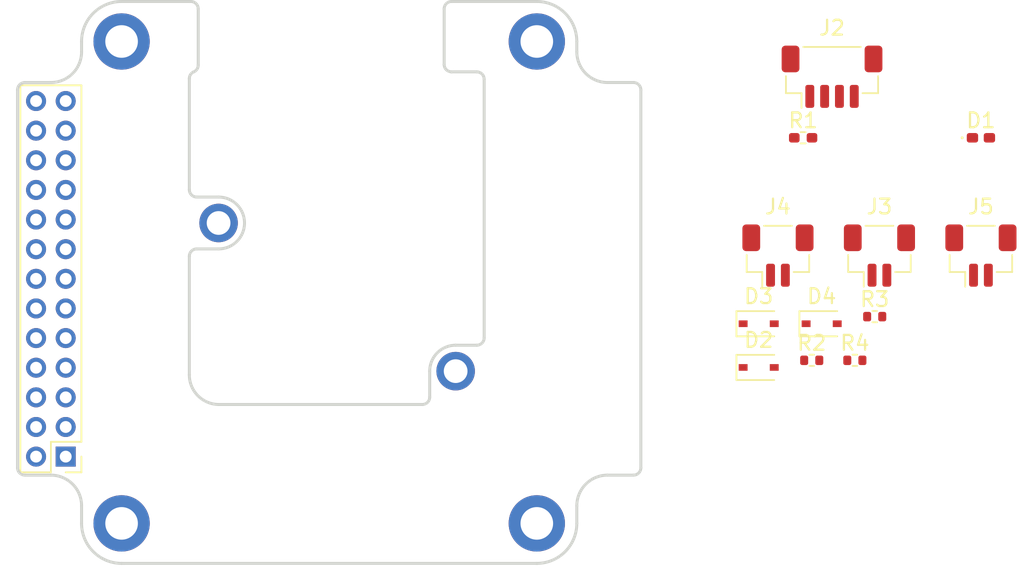
<source format=kicad_pcb>
(kicad_pcb (version 20211014) (generator pcbnew)
  (layers (0 "F.Cu" signal) (31 "B.Cu" signal) (34 "B.Paste" user) (35 "F.Paste" user) (36 "B.SilkS" user "B.Silkscreen") (37 "F.SilkS" user "F.Silkscreen") (38 "B.Mask" user) (39 "F.Mask" user) (44 "Edge.Cuts" user))
  (net 0 "")
  (net 1 "+5V")
  (net 2 "+3.3V")
  (net 3 "/5V20")
  (net 4 "/IO4")
  (net 5 "/RES-L")
  (net 6 "/IO5")
  (net 7 "/IO6")
  (net 8 "/IO3")
  (net 9 "/IO7")
  (net 10 "/IO2")
  (net 11 "/IO1")
  (net 12 "/IO0")
  (net 13 "GND")
  (net 14 "/P14")
  (net 15 "/ANA3")
  (net 16 "/ANA2")
  (net 17 "/ANA1")
  (net 18 "/ANA0")
  (net 19 "/SCL")
  (net 20 "/SDA")
  (net 21 "/AUX1")
  (net 22 "/AUX0")
  (net 23 "/RX")
  (net 24 "/TX")
  (net 25 "Net-(D1-Pad2)")
  (net 26 "Net-(D2-Pad2)")
  (net 27 "Net-(D3-Pad2)")
  (net 28 "Net-(D4-Pad2)")
  (footprint "MountingHole:MountingHole_2.2mm_M2_DIN965_Pad" (layer "F.Cu") (at 28.024712 0)
    (fp_text reference "H2" hide)
    (fp_text value "M2")
    (pad "1" thru_hole circle (at 0 0) (size 3.8 3.8) (drill 2.2) (layers *.Cu *.Mask) (net 13 "GND"))
  )
  (footprint "Diode_SMD:D_SOD-323" (layer "F.Cu") (at 47.25 19.05)
    (fp_text reference "D4" (at 0 -1.85) (layer "F.SilkS"))
    (fp_text value "D_Small")
    (fp_line (start -1.5 0.85) (end 1.05 0.85) (layer "F.SilkS") (width 0.12))
    (fp_line (start -1.5 -0.85) (end 1.05 -0.85) (layer "F.SilkS") (width 0.12))
    (fp_line (start -1.5 -0.85) (end -1.5 0.85) (layer "F.SilkS") (width 0.12))
    (pad "1" smd rect (at -1.05 0) (size 0.6 0.45) (layers "F.Cu" "F.Paste" "F.Mask") (net 1 "+5V"))
    (pad "2" smd rect (at 1.05 0) (size 0.6 0.45) (layers "F.Cu" "F.Paste" "F.Mask") (net 28 "Net-(D4-Pad2)"))
  )
  (footprint "Resistor_SMD:R_0402_1005Metric" (layer "F.Cu") (at 49.49 21.52)
    (fp_text reference "R4" (at 0 -1.17) (layer "F.SilkS"))
    (fp_text value "10K")
    (fp_line (start -0.153641 0.38) (end 0.153641 0.38) (layer "F.SilkS") (width 0.12))
    (fp_line (start -0.153641 -0.38) (end 0.153641 -0.38) (layer "F.SilkS") (width 0.12))
    (pad "1" smd roundrect (at -0.51 0) (size 0.54 0.64) (layers "F.Cu" "F.Paste" "F.Mask") (net 4 "/IO4"))
    (pad "2" smd roundrect (at 0.51 0) (size 0.54 0.64) (layers "F.Cu" "F.Paste" "F.Mask") (net 13 "GND"))
  )
  (footprint "MountingHole:MountingHole_2.2mm_M2_DIN965_Pad" (layer "F.Cu") (at 0 32.525)
    (fp_text reference "H3" hide)
    (fp_text value "M2")
    (pad "1" thru_hole circle (at 0 0) (size 3.8 3.8) (drill 2.2) (layers *.Cu *.Mask) (net 13 "GND"))
  )
  (footprint "MountingHole:MountingHole_2.2mm_M2_DIN965_Pad" (layer "F.Cu") (at 28.024712 32.525)
    (fp_text reference "H4" hide)
    (fp_text value "M2")
    (pad "1" thru_hole circle (at 0 0) (size 3.8 3.8) (drill 2.2) (layers *.Cu *.Mask) (net 13 "GND"))
  )
  (footprint "Connector_JST:JST_SH_BM02B-SRSS-TB_1x02-1MP_P1.00mm_Vertical" (layer "F.Cu") (at 44.3 14.45)
    (fp_text reference "J4" (at 0 -3.3) (layer "F.SilkS"))
    (fp_text value "Pump 2")
    (fp_line (start 2.11 -0.04) (end 2.11 1.11) (layer "F.SilkS") (width 0.12))
    (fp_line (start -1.06 1.11) (end -1.06 2.1) (layer "F.SilkS") (width 0.12))
    (fp_line (start -2.11 1.11) (end -1.06 1.11) (layer "F.SilkS") (width 0.12))
    (fp_line (start -2.11 -0.04) (end -2.11 1.11) (layer "F.SilkS") (width 0.12))
    (fp_line (start -0.94 -2.01) (end 0.94 -2.01) (layer "F.SilkS") (width 0.12))
    (fp_line (start 2.11 1.11) (end 1.06 1.11) (layer "F.SilkS") (width 0.12))
    (pad "1" smd roundrect (at -0.5 1.325) (size 0.6 1.55) (layers "F.Cu" "F.Paste" "F.Mask") (net 1 "+5V"))
    (pad "2" smd roundrect (at 0.5 1.325) (size 0.6 1.55) (layers "F.Cu" "F.Paste" "F.Mask") (net 27 "Net-(D3-Pad2)"))
    (pad "MP" smd roundrect (at 1.8 -1.2) (size 1.2 1.8) (layers "F.Cu" "F.Paste" "F.Mask") (roundrect_rratio 0.208333) (net 13 "GND"))
    (pad "MP" smd roundrect (at -1.8 -1.2) (size 1.2 1.8) (layers "F.Cu" "F.Paste" "F.Mask") (roundrect_rratio 0.208333) (net 13 "GND"))
  )
  (footprint "Diode_SMD:D_SOD-323" (layer "F.Cu") (at 43 22)
    (fp_text reference "D2" (at 0 -1.85) (layer "F.SilkS"))
    (fp_text value "D_Small")
    (fp_line (start -1.5 -0.85) (end 1.05 -0.85) (layer "F.SilkS") (width 0.12))
    (fp_line (start -1.5 -0.85) (end -1.5 0.85) (layer "F.SilkS") (width 0.12))
    (fp_line (start -1.5 0.85) (end 1.05 0.85) (layer "F.SilkS") (width 0.12))
    (pad "1" smd rect (at -1.05 0) (size 0.6 0.45) (layers "F.Cu" "F.Paste" "F.Mask") (net 1 "+5V"))
    (pad "2" smd rect (at 1.05 0) (size 0.6 0.45) (layers "F.Cu" "F.Paste" "F.Mask") (net 26 "Net-(D2-Pad2)"))
  )
  (footprint "Connector_JST:JST_SH_BM02B-SRSS-TB_1x02-1MP_P1.00mm_Vertical" (layer "F.Cu") (at 51.15 14.45)
    (fp_text reference "J3" (at 0 -3.3) (layer "F.SilkS"))
    (fp_text value "Pump 1")
    (fp_line (start -0.94 -2.01) (end 0.94 -2.01) (layer "F.SilkS") (width 0.12))
    (fp_line (start -2.11 1.11) (end -1.06 1.11) (layer "F.SilkS") (width 0.12))
    (fp_line (start 2.11 1.11) (end 1.06 1.11) (layer "F.SilkS") (width 0.12))
    (fp_line (start 2.11 -0.04) (end 2.11 1.11) (layer "F.SilkS") (width 0.12))
    (fp_line (start -1.06 1.11) (end -1.06 2.1) (layer "F.SilkS") (width 0.12))
    (fp_line (start -2.11 -0.04) (end -2.11 1.11) (layer "F.SilkS") (width 0.12))
    (pad "1" smd roundrect (at -0.5 1.325) (size 0.6 1.55) (layers "F.Cu" "F.Paste" "F.Mask") (net 1 "+5V"))
    (pad "2" smd roundrect (at 0.5 1.325) (size 0.6 1.55) (layers "F.Cu" "F.Paste" "F.Mask") (net 26 "Net-(D2-Pad2)"))
    (pad "MP" smd roundrect (at 1.8 -1.2) (size 1.2 1.8) (layers "F.Cu" "F.Paste" "F.Mask") (roundrect_rratio 0.208333) (net 13 "GND"))
    (pad "MP" smd roundrect (at -1.8 -1.2) (size 1.2 1.8) (layers "F.Cu" "F.Paste" "F.Mask") (roundrect_rratio 0.208333) (net 13 "GND"))
  )
  (footprint "LED_SMD:LED_0402_1005Metric_Pad0.77x0.64mm_HandSolder" (layer "F.Cu") (at 58 6.5)
    (fp_text reference "D1" (at 0 -1.17) (layer "F.SilkS"))
    (fp_text value "LED")
    (fp_circle (center -1.265 0) (end -1.215 0) (layer "F.SilkS") (width 0.1) (fill none))
    (pad "1" smd roundrect (at -0.5725 0) (size 0.765 0.64) (layers "F.Cu" "F.Paste" "F.Mask") (net 13 "GND"))
    (pad "2" smd roundrect (at 0.5725 0) (size 0.765 0.64) (layers "F.Cu" "F.Paste" "F.Mask") (net 25 "Net-(D1-Pad2)"))
  )
  (footprint "Connector_PinHeader_2.00mm:PinHeader_2x13_P2.00mm_Vertical" (layer "F.Cu") (at -3.772019 28.01875 180)
    (fp_text reference "J1" hide)
    (fp_text value "MicroLab")
    (fp_line (start 1 1) (end 1 -1.06) (layer "F.SilkS") (width 0.12))
    (fp_line (start -1.06 1) (end 1 1) (layer "F.SilkS") (width 0.12))
    (fp_line (start -1.06 0) (end -1.06 -1.06) (layer "F.SilkS") (width 0.12))
    (fp_line (start -1.06 -1.06) (end 0 -1.06) (layer "F.SilkS") (width 0.12))
    (fp_line (start -1.06 25.06) (end 3.06 25.06) (layer "F.SilkS") (width 0.12))
    (fp_line (start -1.06 1) (end -1.06 25.06) (layer "F.SilkS") (width 0.12))
    (fp_line (start 3.06 -1.06) (end 3.06 25.06) (layer "F.SilkS") (width 0.12))
    (fp_line (start 1 -1.06) (end 3.06 -1.06) (layer "F.SilkS") (width 0.12))
    (pad "1" thru_hole rect (at 0 0 180) (size 1.35 1.35) (drill 0.8) (layers *.Cu *.Mask) (net 1 "+5V"))
    (pad "2" thru_hole oval (at 2 0 180) (size 1.35 1.35) (drill 0.8) (layers *.Cu *.Mask) (net 1 "+5V"))
    (pad "3" thru_hole oval (at 0 2 180) (size 1.35 1.35) (drill 0.8) (layers *.Cu *.Mask) (net 2 "+3.3V"))
    (pad "4" thru_hole oval (at 2 2 180) (size 1.35 1.35) (drill 0.8) (layers *.Cu *.Mask) (net 3 "/5V20"))
    (pad "5" thru_hole oval (at 0 4 180) (size 1.35 1.35) (drill 0.8) (layers *.Cu *.Mask) (net 4 "/IO4"))
    (pad "6" thru_hole oval (at 2 4 180) (size 1.35 1.35) (drill 0.8) (layers *.Cu *.Mask) (net 5 "/RES-L"))
    (pad "7" thru_hole oval (at 0 6 180) (size 1.35 1.35) (drill 0.8) (layers *.Cu *.Mask) (net 6 "/IO5"))
    (pad "8" thru_hole oval (at 2 6 180) (size 1.35 1.35) (drill 0.8) (layers *.Cu *.Mask) (net 7 "/IO6"))
    (pad "9" thru_hole oval (at 0 8 180) (size 1.35 1.35) (drill 0.8) (layers *.Cu *.Mask) (net 8 "/IO3"))
    (pad "10" thru_hole oval (at 2 8 180) (size 1.35 1.35) (drill 0.8) (layers *.Cu *.Mask) (net 9 "/IO7"))
    (pad "11" thru_hole oval (at 0 10 180) (size 1.35 1.35) (drill 0.8) (layers *.Cu *.Mask) (net 10 "/IO2"))
    (pad "12" thru_hole oval (at 2 10 180) (size 1.35 1.35) (drill 0.8) (layers *.Cu *.Mask) (net 11 "/IO1"))
    (pad "13" thru_hole oval (at 0 12 180) (size 1.35 1.35) (drill 0.8) (layers *.Cu *.Mask) (net 12 "/IO0"))
    (pad "14" thru_hole oval (at 2 12 180) (size 1.35 1.35) (drill 0.8) (layers *.Cu *.Mask) (net 13 "GND"))
    (pad "15" thru_hole oval (at 0 14 180) (size 1.35 1.35) (drill 0.8) (layers *.Cu *.Mask) (net 13 "GND"))
    (pad "16" thru_hole oval (at 2 14 180) (size 1.35 1.35) (drill 0.8) (layers *.Cu *.Mask) (net 14 "/P14"))
    (pad "17" thru_hole oval (at 0 16 180) (size 1.35 1.35) (drill 0.8) (layers *.Cu *.Mask) (net 15 "/ANA3"))
    (pad "18" thru_hole oval (at 2 16 180) (size 1.35 1.35) (drill 0.8) (layers *.Cu *.Mask) (net 16 "/ANA2"))
    (pad "19" thru_hole oval (at 0 18 180) (size 1.35 1.35) (drill 0.8) (layers *.Cu *.Mask) (net 17 "/ANA1"))
    (pad "20" thru_hole oval (at 2 18 180) (size 1.35 1.35) (drill 0.8) (layers *.Cu *.Mask) (net 18 "/ANA0"))
    (pad "21" thru_hole oval (at 0 20 180) (size 1.35 1.35) (drill 0.8) (layers *.Cu *.Mask) (net 19 "/SCL"))
    (pad "22" thru_hole oval (at 2 20 180) (size 1.35 1.35) (drill 0.8) (layers *.Cu *.Mask) (net 20 "/SDA"))
    (pad "23" thru_hole oval (at 0 22 180) (size 1.35 1.35) (drill 0.8) (layers *.Cu *.Mask) (net 21 "/AUX1"))
    (pad "24" thru_hole oval (at 2 22 180) (size 1.35 1.35) (drill 0.8) (layers *.Cu *.Mask) (net 22 "/AUX0"))
    (pad "25" thru_hole oval (at 0 24 180) (size 1.35 1.35) (drill 0.8) (layers *.Cu *.Mask) (net 23 "/RX"))
    (pad "26" thru_hole oval (at 2 24 180) (size 1.35 1.35) (drill 0.8) (layers *.Cu *.Mask) (net 24 "/TX"))
  )
  (footprint "Resistor_SMD:R_0402_1005Metric" (layer "F.Cu") (at 46.58 21.52)
    (fp_text reference "R2" (at 0 -1.17) (layer "F.SilkS"))
    (fp_text value "10K")
    (fp_line (start -0.153641 -0.38) (end 0.153641 -0.38) (layer "F.SilkS") (width 0.12))
    (fp_line (start -0.153641 0.38) (end 0.153641 0.38) (layer "F.SilkS") (width 0.12))
    (pad "1" smd roundrect (at -0.51 0) (size 0.54 0.64) (layers "F.Cu" "F.Paste" "F.Mask") (net 8 "/IO3"))
    (pad "2" smd roundrect (at 0.51 0) (size 0.54 0.64) (layers "F.Cu" "F.Paste" "F.Mask") (net 13 "GND"))
  )
  (footprint "Resistor_SMD:R_0402_1005Metric_Pad0.72x0.64mm_HandSolder" (layer "F.Cu") (at 46 6.5)
    (fp_text reference "R1" (at 0 -1.17) (layer "F.SilkS"))
    (fp_text value "2K")
    (fp_line (start -0.167621 -0.38) (end 0.167621 -0.38) (layer "F.SilkS") (width 0.12))
    (fp_line (start -0.167621 0.38) (end 0.167621 0.38) (layer "F.SilkS") (width 0.12))
    (pad "1" smd roundrect (at -0.5975 0) (size 0.715 0.64) (layers "F.Cu" "F.Paste" "F.Mask") (net 25 "Net-(D1-Pad2)"))
    (pad "2" smd roundrect (at 0.5975 0) (size 0.715 0.64) (layers "F.Cu" "F.Paste" "F.Mask") (net 1 "+5V"))
  )
  (footprint "Resistor_SMD:R_0402_1005Metric" (layer "F.Cu") (at 50.83 18.57)
    (fp_text reference "R3" (at 0 -1.17) (layer "F.SilkS"))
    (fp_text value "10K")
    (fp_line (start -0.153641 0.38) (end 0.153641 0.38) (layer "F.SilkS") (width 0.12))
    (fp_line (start -0.153641 -0.38) (end 0.153641 -0.38) (layer "F.SilkS") (width 0.12))
    (pad "1" smd roundrect (at -0.51 0) (size 0.54 0.64) (layers "F.Cu" "F.Paste" "F.Mask") (net 6 "/IO5"))
    (pad "2" smd roundrect (at 0.51 0) (size 0.54 0.64) (layers "F.Cu" "F.Paste" "F.Mask") (net 13 "GND"))
  )
  (footprint "MountingHole:MountingHole_2.2mm_M2_DIN965_Pad" (layer "F.Cu") (at 0 0)
    (fp_text reference "H1" hide)
    (fp_text value "M2")
    (pad "1" thru_hole circle (at 0 0) (size 3.8 3.8) (drill 2.2) (layers *.Cu *.Mask) (net 13 "GND"))
  )
  (footprint "Connector_JST:JST_SH_BM02B-SRSS-TB_1x02-1MP_P1.00mm_Vertical" (layer "F.Cu") (at 58 14.45)
    (fp_text reference "J5" (at 0 -3.3) (layer "F.SilkS"))
    (fp_text value "LED")
    (fp_line (start -1.06 1.11) (end -1.06 2.1) (layer "F.SilkS") (width 0.12))
    (fp_line (start -2.11 1.11) (end -1.06 1.11) (layer "F.SilkS") (width 0.12))
    (fp_line (start -2.11 -0.04) (end -2.11 1.11) (layer "F.SilkS") (width 0.12))
    (fp_line (start 2.11 1.11) (end 1.06 1.11) (layer "F.SilkS") (width 0.12))
    (fp_line (start 2.11 -0.04) (end 2.11 1.11) (layer "F.SilkS") (width 0.12))
    (fp_line (start -0.94 -2.01) (end 0.94 -2.01) (layer "F.SilkS") (width 0.12))
    (pad "1" smd roundrect (at -0.5 1.325) (size 0.6 1.55) (layers "F.Cu" "F.Paste" "F.Mask") (net 1 "+5V"))
    (pad "2" smd roundrect (at 0.5 1.325) (size 0.6 1.55) (layers "F.Cu" "F.Paste" "F.Mask") (net 28 "Net-(D4-Pad2)"))
    (pad "MP" smd roundrect (at 1.8 -1.2) (size 1.2 1.8) (layers "F.Cu" "F.Paste" "F.Mask") (roundrect_rratio 0.208333) (net 13 "GND"))
    (pad "MP" smd roundrect (at -1.8 -1.2) (size 1.2 1.8) (layers "F.Cu" "F.Paste" "F.Mask") (roundrect_rratio 0.208333) (net 13 "GND"))
  )
  (footprint "Connector_JST:JST_SH_BM04B-SRSS-TB_1x04-1MP_P1.00mm_Vertical" (layer "F.Cu") (at 47.95 2.38)
    (fp_text reference "J2" (at 0 -3.3) (layer "F.SilkS"))
    (fp_text value "Sensors")
    (fp_line (start -2.06 1.11) (end -2.06 2.1) (layer "F.SilkS") (width 0.12))
    (fp_line (start 3.11 1.11) (end 2.06 1.11) (layer "F.SilkS") (width 0.12))
    (fp_line (start -1.94 -2.01) (end 1.94 -2.01) (layer "F.SilkS") (width 0.12))
    (fp_line (start 3.11 -0.04) (end 3.11 1.11) (layer "F.SilkS") (width 0.12))
    (fp_line (start -3.11 1.11) (end -2.06 1.11) (layer "F.SilkS") (width 0.12))
    (fp_line (start -3.11 -0.04) (end -3.11 1.11) (layer "F.SilkS") (width 0.12))
    (pad "1" smd roundrect (at -1.5 1.325) (size 0.6 1.55) (layers "F.Cu" "F.Paste" "F.Mask") (net 1 "+5V"))
    (pad "2" smd roundrect (at -0.5 1.325) (size 0.6 1.55) (layers "F.Cu" "F.Paste" "F.Mask") (net 20 "/SDA"))
    (pad "3" smd roundrect (at 0.5 1.325) (size 0.6 1.55) (layers "F.Cu" "F.Paste" "F.Mask") (net 19 "/SCL"))
    (pad "4" smd roundrect (at 1.5 1.325) (size 0.6 1.55) (layers "F.Cu" "F.Paste" "F.Mask") (net 13 "GND"))
    (pad "MP" smd roundrect (at -2.8 -1.2) (size 1.2 1.8) (layers "F.Cu" "F.Paste" "F.Mask") (roundrect_rratio 0.208333) (net 13 "GND"))
    (pad "MP" smd roundrect (at 2.8 -1.2) (size 1.2 1.8) (layers "F.Cu" "F.Paste" "F.Mask") (roundrect_rratio 0.208333) (net 13 "GND"))
  )
  (footprint "Diode_SMD:D_SOD-323" (layer "F.Cu") (at 43 19.05)
    (fp_text reference "D3" (at 0 -1.85) (layer "F.SilkS"))
    (fp_text value "D_Small")
    (fp_line (start -1.5 -0.85) (end 1.05 -0.85) (layer "F.SilkS") (width 0.12))
    (fp_line (start -1.5 0.85) (end 1.05 0.85) (layer "F.SilkS") (width 0.12))
    (fp_line (start -1.5 -0.85) (end -1.5 0.85) (layer "F.SilkS") (width 0.12))
    (pad "1" smd rect (at -1.05 0) (size 0.6 0.45) (layers "F.Cu" "F.Paste" "F.Mask") (net 1 "+5V"))
    (pad "2" smd rect (at 1.05 0) (size 0.6 0.45) (layers "F.Cu" "F.Paste" "F.Mask") (net 27 "Net-(D3-Pad2)"))
  )
  (gr_line (start 5.071725 14) (end 6.546725 14) (layer "Edge.Cuts") (width 0.2))
  (gr_arc (start 6.546725 10.5) (mid 8.296725 12.25) (end 6.546725 14) (layer "Edge.Cuts") (width 0.2))
  (gr_arc (start 22.271725 2.05) (mid 21.918172 1.903553) (end 21.771725 1.55) (layer "Edge.Cuts") (width 0.2))
  (gr_arc (start -2.700006 0.696731) (mid -3.306896 2.161858) (end -4.772025 2.76875) (layer "Edge.Cuts") (width 0.2))
  (gr_arc (start 24.471725 20) (mid 24.325278 20.353553) (end 23.971725 20.5) (layer "Edge.Cuts") (width 0.2))
  (gr_arc (start 5.071725 10.5) (mid 4.718188 10.353545) (end 4.571725 10) (layer "Edge.Cuts") (width 0.2))
  (gr_line (start 22.271725 2.05) (end 23.971725 2.05) (layer "Edge.Cuts") (width 0.2))
  (gr_line (start 24.471725 2.55) (end 24.471725 20) (layer "Edge.Cuts") (width 0.2))
  (gr_arc (start 20.796725 24) (mid 20.650278 24.353553) (end 20.296725 24.5) (layer "Edge.Cuts") (width 0.2))
  (gr_arc (start 6.571725 24.5) (mid 5.157508 23.914215) (end 4.571725 22.5) (layer "Edge.Cuts") (width 0.2))
  (gr_arc (start -7.022025 3.26875) (mid -6.875559 2.915238) (end -6.522025 2.76875) (layer "Edge.Cuts") (width 0.2))
  (gr_arc (start 20.796725 22.25) (mid 21.309288 21.012563) (end 22.546725 20.5) (layer "Edge.Cuts") (width 0.2))
  (gr_line (start 21.771725 -2.2) (end 21.771725 1.55) (layer "Edge.Cuts") (width 0.2))
  (gr_line (start 28.024706 -2.7) (end 22.271725 -2.7) (layer "Edge.Cuts") (width 0.2))
  (gr_arc (start 4.571725 14.5) (mid 4.71817 14.146438) (end 5.071725 14) (layer "Edge.Cuts") (width 0.2))
  (gr_line (start -6.522025 29.26875) (end -4.772025 29.26875) (layer "Edge.Cuts") (width 0.2))
  (gr_arc (start 30.724706 31.340769) (mid 31.331586 29.87563) (end 32.796725 29.26875) (layer "Edge.Cuts") (width 0.2))
  (gr_line (start 4.571725 22.5) (end 4.571725 14.5) (layer "Edge.Cuts") (width 0.2))
  (gr_line (start -7.022025 3.26875) (end -7.022025 28.76875) (layer "Edge.Cuts") (width 0.2))
  (gr_arc (start 5.171725 1.591742) (mid 5.090037 1.865582) (end 4.871725 2.05) (layer "Edge.Cuts") (width 0.2))
  (gr_line (start 23.971725 20.5) (end 22.546725 20.5) (layer "Edge.Cuts") (width 0.2))
  (gr_line (start -2.700006 31.340769) (end -2.700006 32.525) (layer "Edge.Cuts") (width 0.2))
  (gr_line (start -2.700006 0) (end -2.700006 0.696731) (layer "Edge.Cuts") (width 0.2))
  (gr_arc (start 4.571725 2.508258) (mid 4.653409 2.23441) (end 4.871725 2.05) (layer "Edge.Cuts") (width 0.2))
  (gr_arc (start 35.046725 28.76875) (mid 34.900278 29.122303) (end 34.546725 29.26875) (layer "Edge.Cuts") (width 0.2))
  (gr_arc (start 21.771725 -2.2) (mid 21.918172 -2.553553) (end 22.271725 -2.7) (layer "Edge.Cuts") (width 0.2))
  (gr_arc (start -6.522025 29.26875) (mid -6.875612 29.122315) (end -7.022025 28.76875) (layer "Edge.Cuts") (width 0.2))
  (gr_line (start 32.796725 29.26875) (end 34.546725 29.26875) (layer "Edge.Cuts") (width 0.2))
  (gr_line (start 4.671725 -2.7) (end -0.000006 -2.7) (layer "Edge.Cuts") (width 0.2))
  (gr_line (start 20.296725 24.5) (end 6.571725 24.5) (layer "Edge.Cuts") (width 0.2))
  (gr_line (start 5.171725 1.591742) (end 5.171725 -2.2) (layer "Edge.Cuts") (width 0.2))
  (gr_line (start 34.546725 2.76875) (end 32.796725 2.76875) (layer "Edge.Cuts") (width 0.2))
  (gr_line (start 35.046725 28.76875) (end 35.046725 3.26875) (layer "Edge.Cuts") (width 0.2))
  (gr_line (start 30.724706 32.525) (end 30.724706 31.340769) (layer "Edge.Cuts") (width 0.2))
  (gr_arc (start 30.724706 32.525) (mid 29.933894 34.434188) (end 28.024706 35.225) (layer "Edge.Cuts") (width 0.2))
  (gr_arc (start -0.000006 35.225) (mid -1.90919 34.434186) (end -2.700006 32.525) (layer "Edge.Cuts") (width 0.2))
  (gr_arc (start -2.700006 0) (mid -1.909195 -1.90919) (end -0.000006 -2.7) (layer "Edge.Cuts") (width 0.2))
  (gr_arc (start 34.546725 2.76875) (mid 34.900278 2.915197) (end 35.046725 3.26875) (layer "Edge.Cuts") (width 0.2))
  (gr_arc (start 4.671725 -2.7) (mid 5.025295 -2.553562) (end 5.171725 -2.2) (layer "Edge.Cuts") (width 0.2))
  (gr_line (start 30.724706 0.696731) (end 30.724706 0) (layer "Edge.Cuts") (width 0.2))
  (gr_arc (start 28.024706 -2.7) (mid 29.933894 -1.909188) (end 30.724706 0) (layer "Edge.Cuts") (width 0.2))
  (gr_arc (start -4.772025 29.26875) (mid -3.306883 29.875628) (end -2.700006 31.340769) (layer "Edge.Cuts") (width 0.2))
  (gr_line (start 4.571725 10) (end 4.571725 2.508258) (layer "Edge.Cuts") (width 0.2))
  (gr_line (start 6.546725 10.5) (end 5.071725 10.5) (layer "Edge.Cuts") (width 0.2))
  (gr_arc (start 23.971725 2.05) (mid 24.325278 2.196447) (end 24.471725 2.55) (layer "Edge.Cuts") (width 0.2))
  (gr_line (start -4.772025 2.76875) (end -6.522025 2.76875) (layer "Edge.Cuts") (width 0.2))
  (gr_arc (start 32.796725 2.76875) (mid 31.331586 2.16187) (end 30.724706 0.696731) (layer "Edge.Cuts") (width 0.2))
  (gr_line (start 20.796725 22.25) (end 20.796725 24) (layer "Edge.Cuts") (width 0.2))
  (gr_line (start -0.000006 35.225) (end 28.024706 35.225) (layer "Edge.Cuts") (width 0.2))
  (via (at 6.546731 12.25) (size 2.6) (drill 1.6) (layers "F.Cu" "B.Cu") (net 13))
  (via (at 22.546731 22.25) (size 2.6) (drill 1.6) (layers "F.Cu" "B.Cu") (net 13))
)
</source>
